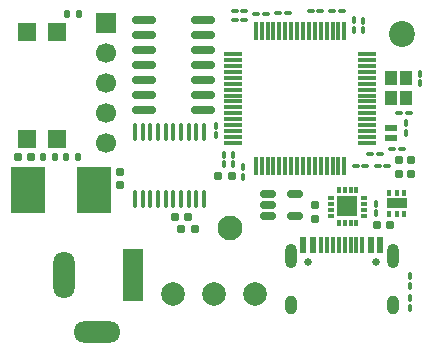
<source format=gts>
G04 #@! TF.GenerationSoftware,KiCad,Pcbnew,7.0.2-0*
G04 #@! TF.CreationDate,2023-04-23T22:33:32-05:00*
G04 #@! TF.ProjectId,spud_glo_mini,73707564-5f67-46c6-9f5f-6d696e692e6b,rev?*
G04 #@! TF.SameCoordinates,Original*
G04 #@! TF.FileFunction,Soldermask,Top*
G04 #@! TF.FilePolarity,Negative*
%FSLAX46Y46*%
G04 Gerber Fmt 4.6, Leading zero omitted, Abs format (unit mm)*
G04 Created by KiCad (PCBNEW 7.0.2-0) date 2023-04-23 22:33:32*
%MOMM*%
%LPD*%
G01*
G04 APERTURE LIST*
G04 Aperture macros list*
%AMRoundRect*
0 Rectangle with rounded corners*
0 $1 Rounding radius*
0 $2 $3 $4 $5 $6 $7 $8 $9 X,Y pos of 4 corners*
0 Add a 4 corners polygon primitive as box body*
4,1,4,$2,$3,$4,$5,$6,$7,$8,$9,$2,$3,0*
0 Add four circle primitives for the rounded corners*
1,1,$1+$1,$2,$3*
1,1,$1+$1,$4,$5*
1,1,$1+$1,$6,$7*
1,1,$1+$1,$8,$9*
0 Add four rect primitives between the rounded corners*
20,1,$1+$1,$2,$3,$4,$5,0*
20,1,$1+$1,$4,$5,$6,$7,0*
20,1,$1+$1,$6,$7,$8,$9,0*
20,1,$1+$1,$8,$9,$2,$3,0*%
G04 Aperture macros list end*
%ADD10RoundRect,0.100000X-0.100000X0.637500X-0.100000X-0.637500X0.100000X-0.637500X0.100000X0.637500X0*%
%ADD11R,1.500000X1.500000*%
%ADD12RoundRect,0.150000X0.825000X0.150000X-0.825000X0.150000X-0.825000X-0.150000X0.825000X-0.150000X0*%
%ADD13RoundRect,0.100000X0.100000X-0.217500X0.100000X0.217500X-0.100000X0.217500X-0.100000X-0.217500X0*%
%ADD14RoundRect,0.100000X-0.100000X0.217500X-0.100000X-0.217500X0.100000X-0.217500X0.100000X0.217500X0*%
%ADD15R,1.700000X1.700000*%
%ADD16C,1.700000*%
%ADD17RoundRect,0.155000X0.155000X-0.212500X0.155000X0.212500X-0.155000X0.212500X-0.155000X-0.212500X0*%
%ADD18RoundRect,0.155000X-0.155000X0.212500X-0.155000X-0.212500X0.155000X-0.212500X0.155000X0.212500X0*%
%ADD19C,2.100000*%
%ADD20R,3.000000X4.000000*%
%ADD21R,1.800000X4.400000*%
%ADD22O,1.800000X4.000000*%
%ADD23O,4.000000X1.800000*%
%ADD24RoundRect,0.155000X0.212500X0.155000X-0.212500X0.155000X-0.212500X-0.155000X0.212500X-0.155000X0*%
%ADD25RoundRect,0.100000X-0.217500X-0.100000X0.217500X-0.100000X0.217500X0.100000X-0.217500X0.100000X0*%
%ADD26RoundRect,0.155000X-0.212500X-0.155000X0.212500X-0.155000X0.212500X0.155000X-0.212500X0.155000X0*%
%ADD27RoundRect,0.075000X0.700000X0.075000X-0.700000X0.075000X-0.700000X-0.075000X0.700000X-0.075000X0*%
%ADD28RoundRect,0.075000X0.075000X0.700000X-0.075000X0.700000X-0.075000X-0.700000X0.075000X-0.700000X0*%
%ADD29R,1.000000X1.200000*%
%ADD30R,0.400000X0.470000*%
%ADD31R,1.700000X0.950000*%
%ADD32C,0.650000*%
%ADD33R,0.600000X1.450000*%
%ADD34R,0.300000X1.450000*%
%ADD35O,1.000000X2.100000*%
%ADD36O,1.000000X1.600000*%
%ADD37RoundRect,0.100000X0.217500X0.100000X-0.217500X0.100000X-0.217500X-0.100000X0.217500X-0.100000X0*%
%ADD38C,2.000000*%
%ADD39RoundRect,0.135000X0.135000X0.185000X-0.135000X0.185000X-0.135000X-0.185000X0.135000X-0.185000X0*%
%ADD40C,2.200000*%
%ADD41R,1.140000X0.575000*%
%ADD42RoundRect,0.135000X-0.135000X-0.185000X0.135000X-0.185000X0.135000X0.185000X-0.135000X0.185000X0*%
%ADD43RoundRect,0.150000X-0.512500X-0.150000X0.512500X-0.150000X0.512500X0.150000X-0.512500X0.150000X0*%
%ADD44R,0.625000X0.300000*%
%ADD45R,0.300000X0.625000*%
G04 APERTURE END LIST*
D10*
X159785000Y-111117500D03*
X159135000Y-111117500D03*
X158485000Y-111117500D03*
X157835000Y-111117500D03*
X157185000Y-111117500D03*
X156535000Y-111117500D03*
X155885000Y-111117500D03*
X155235000Y-111117500D03*
X154585000Y-111117500D03*
X153935000Y-111117500D03*
X153935000Y-116842500D03*
X154585000Y-116842500D03*
X155235000Y-116842500D03*
X155885000Y-116842500D03*
X156535000Y-116842500D03*
X157185000Y-116842500D03*
X157835000Y-116842500D03*
X158485000Y-116842500D03*
X159135000Y-116842500D03*
X159785000Y-116842500D03*
D11*
X147310000Y-102710000D03*
X144770000Y-102710000D03*
X144770000Y-111710000D03*
X147310000Y-111710000D03*
D12*
X159675000Y-109270000D03*
X159675000Y-108000000D03*
X159675000Y-106730000D03*
X159675000Y-105460000D03*
X159675000Y-104190000D03*
X159675000Y-102920000D03*
X159675000Y-101650000D03*
X154725000Y-101650000D03*
X154725000Y-102920000D03*
X154725000Y-104190000D03*
X154725000Y-105460000D03*
X154725000Y-106730000D03*
X154725000Y-108000000D03*
X154725000Y-109270000D03*
D13*
X172490000Y-101695000D03*
X172490000Y-102510000D03*
D14*
X177190400Y-123317000D03*
X177190400Y-124132000D03*
D15*
X151480000Y-101930000D03*
D16*
X151480000Y-104470000D03*
X151480000Y-107010000D03*
X151480000Y-109550000D03*
X151480000Y-112090000D03*
D17*
X176290000Y-114655000D03*
X176290000Y-113520000D03*
D18*
X152690000Y-114492500D03*
X152690000Y-115627500D03*
D17*
X169220000Y-118467500D03*
X169220000Y-117332500D03*
D19*
X162020000Y-119250000D03*
D20*
X150490000Y-116070000D03*
X144890000Y-116070000D03*
D13*
X173240000Y-102520000D03*
X173240000Y-101705000D03*
D21*
X153750000Y-123270000D03*
D22*
X147950000Y-123270000D03*
D23*
X150750000Y-128070000D03*
D24*
X145135000Y-113240000D03*
X144000000Y-113240000D03*
D14*
X176880000Y-110412500D03*
X176880000Y-111227500D03*
D25*
X175702500Y-112580000D03*
X176517500Y-112580000D03*
X166050000Y-101020000D03*
X166865000Y-101020000D03*
D26*
X174440000Y-118990000D03*
X175575000Y-118990000D03*
D27*
X173595000Y-112050000D03*
X173595000Y-111550000D03*
X173595000Y-111050000D03*
X173595000Y-110550000D03*
X173595000Y-110050000D03*
X173595000Y-109550000D03*
X173595000Y-109050000D03*
X173595000Y-108550000D03*
X173595000Y-108050000D03*
X173595000Y-107550000D03*
X173595000Y-107050000D03*
X173595000Y-106550000D03*
X173595000Y-106050000D03*
X173595000Y-105550000D03*
X173595000Y-105050000D03*
X173595000Y-104550000D03*
D28*
X171670000Y-102625000D03*
X171170000Y-102625000D03*
X170670000Y-102625000D03*
X170170000Y-102625000D03*
X169670000Y-102625000D03*
X169170000Y-102625000D03*
X168670000Y-102625000D03*
X168170000Y-102625000D03*
X167670000Y-102625000D03*
X167170000Y-102625000D03*
X166670000Y-102625000D03*
X166170000Y-102625000D03*
X165670000Y-102625000D03*
X165170000Y-102625000D03*
X164670000Y-102625000D03*
X164170000Y-102625000D03*
D27*
X162245000Y-104550000D03*
X162245000Y-105050000D03*
X162245000Y-105550000D03*
X162245000Y-106050000D03*
X162245000Y-106550000D03*
X162245000Y-107050000D03*
X162245000Y-107550000D03*
X162245000Y-108050000D03*
X162245000Y-108550000D03*
X162245000Y-109050000D03*
X162245000Y-109550000D03*
X162245000Y-110050000D03*
X162245000Y-110550000D03*
X162245000Y-111050000D03*
X162245000Y-111550000D03*
X162245000Y-112050000D03*
D28*
X164170000Y-113975000D03*
X164670000Y-113975000D03*
X165170000Y-113975000D03*
X165670000Y-113975000D03*
X166170000Y-113975000D03*
X166670000Y-113975000D03*
X167170000Y-113975000D03*
X167670000Y-113975000D03*
X168170000Y-113975000D03*
X168670000Y-113975000D03*
X169170000Y-113975000D03*
X169670000Y-113975000D03*
X170170000Y-113975000D03*
X170670000Y-113975000D03*
X171170000Y-113975000D03*
X171670000Y-113975000D03*
D25*
X168815000Y-100910000D03*
X169630000Y-100910000D03*
D29*
X175610000Y-106522500D03*
X175610000Y-108222500D03*
X176910000Y-108222500D03*
X176910000Y-106522500D03*
D30*
X175450000Y-118095000D03*
X176100000Y-118095000D03*
X176750000Y-118095000D03*
X176750000Y-116265000D03*
X176100000Y-116265000D03*
X175450000Y-116265000D03*
D31*
X176100000Y-117180000D03*
D14*
X162240000Y-113055000D03*
X162240000Y-113870000D03*
D32*
X168560000Y-122175000D03*
X174340000Y-122175000D03*
D33*
X168200000Y-120730000D03*
X169000000Y-120730000D03*
D34*
X170200000Y-120730000D03*
X171200000Y-120730000D03*
X171700000Y-120730000D03*
X172700000Y-120730000D03*
D33*
X173900000Y-120730000D03*
X174700000Y-120730000D03*
X174700000Y-120730000D03*
X173900000Y-120730000D03*
D34*
X173200000Y-120730000D03*
X172200000Y-120730000D03*
X170700000Y-120730000D03*
X169700000Y-120730000D03*
D33*
X169000000Y-120730000D03*
X168200000Y-120730000D03*
D35*
X167130000Y-121645000D03*
D36*
X167130000Y-125825000D03*
D35*
X175770000Y-121645000D03*
D36*
X175770000Y-125825000D03*
D37*
X171460000Y-100900000D03*
X170645000Y-100900000D03*
D38*
X157140000Y-124830000D03*
X160640000Y-124830000D03*
X164140000Y-124830000D03*
D39*
X149190000Y-101110000D03*
X148170000Y-101110000D03*
D25*
X162372500Y-100890000D03*
X163187500Y-100890000D03*
D14*
X178090000Y-106185000D03*
X178090000Y-107000000D03*
D25*
X176335000Y-109510000D03*
X177150000Y-109510000D03*
D37*
X163187500Y-101660000D03*
X162372500Y-101660000D03*
D13*
X177190400Y-126036600D03*
X177190400Y-125221600D03*
D25*
X164232500Y-101150000D03*
X165047500Y-101150000D03*
X172620000Y-114000000D03*
X173435000Y-114000000D03*
D24*
X158985000Y-119350000D03*
X157850000Y-119350000D03*
D14*
X160790000Y-110612500D03*
X160790000Y-111427500D03*
D40*
X176580000Y-102850000D03*
D41*
X175580000Y-111602500D03*
X175580000Y-110777500D03*
D25*
X173841250Y-112980000D03*
X174656250Y-112980000D03*
D14*
X161470000Y-113055000D03*
X161470000Y-113870000D03*
D13*
X174330000Y-118007500D03*
X174330000Y-117192500D03*
D17*
X177280000Y-114665000D03*
X177280000Y-113530000D03*
D42*
X148100000Y-113240000D03*
X149120000Y-113240000D03*
X146130000Y-113250000D03*
X147150000Y-113250000D03*
D25*
X174482500Y-113990000D03*
X175297500Y-113990000D03*
D43*
X165212500Y-116380000D03*
X165212500Y-117330000D03*
X165212500Y-118280000D03*
X167487500Y-118280000D03*
X167487500Y-116380000D03*
D13*
X163110000Y-114907500D03*
X163110000Y-114092500D03*
D24*
X158465000Y-118330000D03*
X157330000Y-118330000D03*
D26*
X161010600Y-114884200D03*
X162145600Y-114884200D03*
D44*
X173302500Y-118210000D03*
X173302500Y-117710000D03*
X173302500Y-117210000D03*
X173302500Y-116710000D03*
D45*
X172695000Y-116042500D03*
X172195000Y-116042500D03*
X171695000Y-116042500D03*
X171195000Y-116042500D03*
D44*
X170527500Y-116710000D03*
X170527500Y-117210000D03*
X170527500Y-117710000D03*
X170527500Y-118210000D03*
D45*
X171195000Y-118817500D03*
X171695000Y-118817500D03*
X172195000Y-118817500D03*
X172695000Y-118817500D03*
D15*
X171920000Y-117435000D03*
M02*

</source>
